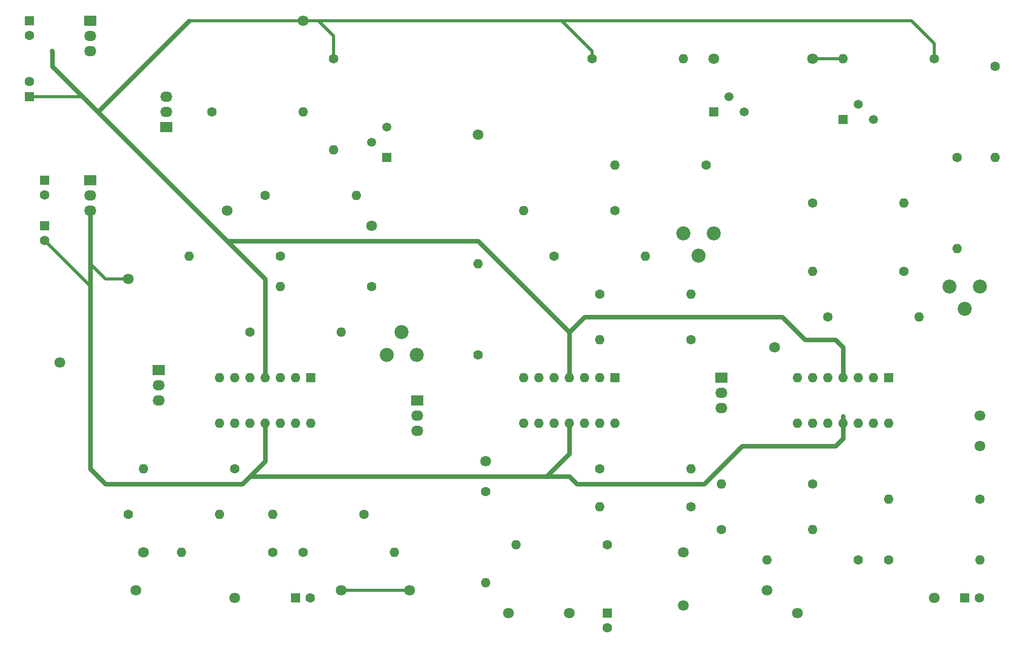
<source format=gbr>
G04 #@! TF.GenerationSoftware,KiCad,Pcbnew,(5.1.2)-2*
G04 #@! TF.CreationDate,2020-08-13T15:56:15+03:00*
G04 #@! TF.ProjectId,tempature_citcuit,74656d70-6174-4757-9265-5f6369746375,rev?*
G04 #@! TF.SameCoordinates,Original*
G04 #@! TF.FileFunction,Copper,L2,Bot*
G04 #@! TF.FilePolarity,Positive*
%FSLAX46Y46*%
G04 Gerber Fmt 4.6, Leading zero omitted, Abs format (unit mm)*
G04 Created by KiCad (PCBNEW (5.1.2)-2) date 2020-08-13 15:56:15*
%MOMM*%
%LPD*%
G04 APERTURE LIST*
%ADD10C,1.800000*%
%ADD11O,2.030000X1.730000*%
%ADD12R,2.030000X1.730000*%
%ADD13O,1.600000X1.600000*%
%ADD14R,1.600000X1.600000*%
%ADD15C,1.600000*%
%ADD16C,2.340000*%
%ADD17C,1.500000*%
%ADD18R,1.500000X1.500000*%
%ADD19C,0.800000*%
%ADD20C,0.750000*%
%ADD21C,0.500000*%
G04 APERTURE END LIST*
D10*
X127000000Y-114300000D03*
X176530000Y-82550000D03*
D11*
X27940000Y-21590000D03*
X27940000Y-19050000D03*
D12*
X27940000Y-16510000D03*
D11*
X27940000Y-48260000D03*
X27940000Y-45720000D03*
D12*
X27940000Y-43180000D03*
D13*
X161290000Y-83820000D03*
X146050000Y-76200000D03*
X158750000Y-83820000D03*
X148590000Y-76200000D03*
X156210000Y-83820000D03*
X151130000Y-76200000D03*
X153670000Y-83820000D03*
X153670000Y-76200000D03*
X151130000Y-83820000D03*
X156210000Y-76200000D03*
X148590000Y-83820000D03*
X158750000Y-76200000D03*
X146050000Y-83820000D03*
D14*
X161290000Y-76200000D03*
D13*
X64770000Y-83820000D03*
X49530000Y-76200000D03*
X62230000Y-83820000D03*
X52070000Y-76200000D03*
X59690000Y-83820000D03*
X54610000Y-76200000D03*
X57150000Y-83820000D03*
X57150000Y-76200000D03*
X54610000Y-83820000D03*
X59690000Y-76200000D03*
X52070000Y-83820000D03*
X62230000Y-76200000D03*
X49530000Y-83820000D03*
D14*
X64770000Y-76200000D03*
D13*
X115570000Y-83820000D03*
X100330000Y-76200000D03*
X113030000Y-83820000D03*
X102870000Y-76200000D03*
X110490000Y-83820000D03*
X105410000Y-76200000D03*
X107950000Y-83820000D03*
X107950000Y-76200000D03*
X105410000Y-83820000D03*
X110490000Y-76200000D03*
X102870000Y-83820000D03*
X113030000Y-76200000D03*
X100330000Y-83820000D03*
D14*
X115570000Y-76200000D03*
D11*
X39370000Y-80010000D03*
X39370000Y-77470000D03*
D12*
X39370000Y-74930000D03*
D11*
X82550000Y-85090000D03*
X82550000Y-82550000D03*
D12*
X82550000Y-80010000D03*
D11*
X133350000Y-81280000D03*
X133350000Y-78740000D03*
D12*
X133350000Y-76200000D03*
D10*
X69850000Y-111760000D03*
X127000000Y-105410000D03*
D13*
X58420000Y-99060000D03*
D15*
X73660000Y-99060000D03*
D13*
X113030000Y-97790000D03*
D15*
X128270000Y-97790000D03*
D13*
X161290000Y-96520000D03*
D15*
X176530000Y-96520000D03*
D13*
X78740000Y-105410000D03*
D15*
X63500000Y-105410000D03*
D13*
X128270000Y-91440000D03*
D15*
X113030000Y-91440000D03*
D13*
X43180000Y-105410000D03*
D15*
X58420000Y-105410000D03*
D13*
X99060000Y-104140000D03*
D15*
X114300000Y-104140000D03*
D13*
X49530000Y-99060000D03*
D15*
X34290000Y-99060000D03*
D13*
X93980000Y-110490000D03*
D15*
X93980000Y-95250000D03*
D13*
X36830000Y-91440000D03*
D15*
X52070000Y-91440000D03*
D13*
X92710000Y-57150000D03*
D15*
X92710000Y-72390000D03*
D13*
X69850000Y-68580000D03*
D15*
X54610000Y-68580000D03*
D16*
X77470000Y-72390000D03*
X79970000Y-68590000D03*
X82470000Y-72390000D03*
D13*
X120650000Y-55880000D03*
D15*
X105410000Y-55880000D03*
D16*
X132080000Y-52070000D03*
X129580000Y-55870000D03*
X127080000Y-52070000D03*
D13*
X72390000Y-45720000D03*
D15*
X57150000Y-45720000D03*
D13*
X128270000Y-62230000D03*
D15*
X113030000Y-62230000D03*
D13*
X63500000Y-31750000D03*
D15*
X48260000Y-31750000D03*
D13*
X44450000Y-55880000D03*
D15*
X59690000Y-55880000D03*
D13*
X113030000Y-69850000D03*
D15*
X128270000Y-69850000D03*
D13*
X100330000Y-48260000D03*
D15*
X115570000Y-48260000D03*
D13*
X59690000Y-60960000D03*
D15*
X74930000Y-60960000D03*
D13*
X115570000Y-40640000D03*
D15*
X130810000Y-40640000D03*
D13*
X68580000Y-38100000D03*
D15*
X68580000Y-22860000D03*
D13*
X176530000Y-106680000D03*
D15*
X161290000Y-106680000D03*
D13*
X127000000Y-22860000D03*
D15*
X111760000Y-22860000D03*
D13*
X140970000Y-106680000D03*
D15*
X156210000Y-106680000D03*
D13*
X148590000Y-101600000D03*
D15*
X133350000Y-101600000D03*
D13*
X133350000Y-93980000D03*
D15*
X148590000Y-93980000D03*
D13*
X163830000Y-46990000D03*
D15*
X148590000Y-46990000D03*
D13*
X148590000Y-58420000D03*
D15*
X163830000Y-58420000D03*
D13*
X166370000Y-66040000D03*
D15*
X151130000Y-66040000D03*
D16*
X176530000Y-60960000D03*
X174030000Y-64760000D03*
X171530000Y-60960000D03*
D13*
X172720000Y-54610000D03*
D15*
X172720000Y-39370000D03*
D13*
X179070000Y-39370000D03*
D15*
X179070000Y-24130000D03*
D13*
X153670000Y-22860000D03*
D15*
X168910000Y-22860000D03*
D11*
X40640000Y-29210000D03*
X40640000Y-31750000D03*
D12*
X40640000Y-34290000D03*
D10*
X63500000Y-16510000D03*
X34290000Y-59690000D03*
X140970000Y-111760000D03*
X93980000Y-90170000D03*
X36830000Y-105410000D03*
X142240000Y-71120000D03*
X92710000Y-35560000D03*
X50800000Y-48260000D03*
X22860000Y-73660000D03*
X168910000Y-113030000D03*
X107950000Y-115570000D03*
X52070000Y-113030000D03*
X176530000Y-87630000D03*
X81280000Y-111760000D03*
X146050000Y-115570000D03*
X97790000Y-115570000D03*
X35560000Y-111760000D03*
X148590000Y-22860000D03*
X132080000Y-22860000D03*
X74930000Y-50800000D03*
D15*
X176490000Y-113030000D03*
D14*
X173990000Y-113030000D03*
X20320000Y-50800000D03*
D15*
X20320000Y-53300000D03*
D14*
X114300000Y-115570000D03*
D15*
X114300000Y-118070000D03*
D14*
X62230000Y-113030000D03*
D15*
X64730000Y-113030000D03*
D14*
X17780000Y-16510000D03*
D15*
X17780000Y-19010000D03*
X17780000Y-26710000D03*
D14*
X17780000Y-29210000D03*
D15*
X20320000Y-45680000D03*
D14*
X20320000Y-43180000D03*
D17*
X156210000Y-30480000D03*
X158750000Y-33020000D03*
D18*
X153670000Y-33020000D03*
X132080000Y-31750000D03*
D17*
X137160000Y-31750000D03*
X134620000Y-29210000D03*
X74930000Y-36830000D03*
X77470000Y-34290000D03*
D18*
X77470000Y-39370000D03*
D19*
X21590000Y-21590000D03*
D20*
X153670000Y-82688630D02*
X153670000Y-83820000D01*
X107950000Y-88900000D02*
X107950000Y-83820000D01*
X101600000Y-92710000D02*
X104140000Y-92710000D01*
X104140000Y-92710000D02*
X107950000Y-88900000D01*
X57150000Y-84951370D02*
X57150000Y-83820000D01*
X101600000Y-92710000D02*
X64908630Y-92710000D01*
X30480000Y-93980000D02*
X27940000Y-91440000D01*
X57150000Y-83820000D02*
X57150000Y-90170000D01*
X57150000Y-90170000D02*
X54610000Y-92710000D01*
X54610000Y-92710000D02*
X53340000Y-93980000D01*
X53340000Y-93980000D02*
X30480000Y-93980000D01*
X58420000Y-92710000D02*
X54610000Y-92710000D01*
X58420000Y-92710000D02*
X57150000Y-92710000D01*
X64908630Y-92710000D02*
X58420000Y-92710000D01*
X107950000Y-92710000D02*
X104140000Y-92710000D01*
X109220000Y-93980000D02*
X107950000Y-92710000D01*
X130500998Y-93980000D02*
X109220000Y-93980000D01*
X136850998Y-87630000D02*
X135735499Y-88745499D01*
X152400000Y-87630000D02*
X136850998Y-87630000D01*
X153670000Y-86360000D02*
X152400000Y-87630000D01*
X153670000Y-83820000D02*
X153670000Y-86360000D01*
X136370499Y-88110499D02*
X135735499Y-88745499D01*
X135735499Y-88745499D02*
X130500998Y-93980000D01*
X27940000Y-59690000D02*
X27940000Y-48260000D01*
D21*
X34290000Y-59690000D02*
X30480000Y-59690000D01*
X30480000Y-59690000D02*
X27940000Y-57150000D01*
X27940000Y-60920000D02*
X20320000Y-53300000D01*
X27940000Y-62230000D02*
X27940000Y-60920000D01*
D20*
X27940000Y-62230000D02*
X27940000Y-59690000D01*
X27940000Y-91440000D02*
X27940000Y-62230000D01*
X57150000Y-76200000D02*
X57150000Y-59690000D01*
X107950000Y-69850000D02*
X107950000Y-68580000D01*
X107950000Y-76200000D02*
X107950000Y-69850000D01*
X107950000Y-68580000D02*
X110490000Y-66040000D01*
X110490000Y-66040000D02*
X143510000Y-66040000D01*
X143510000Y-66040000D02*
X147320000Y-69850000D01*
X147320000Y-69850000D02*
X152400000Y-69850000D01*
X152400000Y-69850000D02*
X153670000Y-71120000D01*
X153670000Y-76200000D02*
X153670000Y-71120000D01*
X106680000Y-67310000D02*
X92710000Y-53340000D01*
X92710000Y-53340000D02*
X50800000Y-53340000D01*
X57150000Y-59690000D02*
X50800000Y-53340000D01*
X106680000Y-67310000D02*
X107950000Y-68580000D01*
X21590000Y-22860000D02*
X21590000Y-21590000D01*
X21590000Y-24130000D02*
X21590000Y-22860000D01*
X50800000Y-53340000D02*
X29210000Y-31750000D01*
D21*
X66040000Y-16510000D02*
X44450000Y-16510000D01*
X68580000Y-19050000D02*
X66040000Y-16510000D01*
X68580000Y-22860000D02*
X68580000Y-19050000D01*
D20*
X29210000Y-31750000D02*
X44450000Y-16510000D01*
D21*
X111760000Y-21590000D02*
X111760000Y-22860000D01*
X106680000Y-16510000D02*
X111760000Y-21590000D01*
X105410000Y-16510000D02*
X165100000Y-16510000D01*
X105410000Y-16510000D02*
X106680000Y-16510000D01*
X63500000Y-16510000D02*
X105410000Y-16510000D01*
X165100000Y-16510000D02*
X168910000Y-20320000D01*
X168910000Y-20320000D02*
X168910000Y-22860000D01*
X17780000Y-29210000D02*
X25400000Y-29210000D01*
D20*
X26035000Y-28575000D02*
X21590000Y-24130000D01*
D21*
X25400000Y-29210000D02*
X26670000Y-29210000D01*
D20*
X29210000Y-31750000D02*
X26670000Y-29210000D01*
X26670000Y-29210000D02*
X26035000Y-28575000D01*
D21*
X81280000Y-111760000D02*
X69850000Y-111760000D01*
X148590000Y-22860000D02*
X153670000Y-22860000D01*
M02*

</source>
